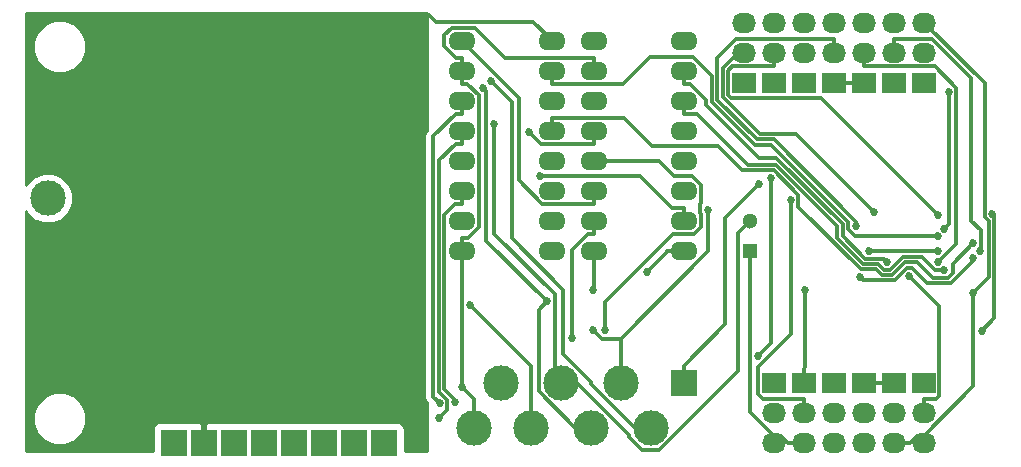
<source format=gbl>
G04 #@! TF.FileFunction,Copper,L2,Bot,Mixed*
%FSLAX46Y46*%
G04 Gerber Fmt 4.6, Leading zero omitted, Abs format (unit mm)*
G04 Created by KiCad (PCBNEW 4.0.4+e1-6308~48~ubuntu16.04.1-stable) date Wed Oct 19 17:44:58 2016*
%MOMM*%
%LPD*%
G01*
G04 APERTURE LIST*
%ADD10C,0.150000*%
%ADD11R,1.300000X1.300000*%
%ADD12C,1.300000*%
%ADD13R,2.235200X2.235200*%
%ADD14R,2.032000X1.727200*%
%ADD15O,2.032000X1.727200*%
%ADD16O,2.300000X1.600000*%
%ADD17C,3.000000*%
%ADD18C,0.685800*%
%ADD19C,0.355600*%
%ADD20C,0.304800*%
%ADD21C,0.254000*%
G04 APERTURE END LIST*
D10*
D11*
X140208000Y-131064000D03*
D12*
X140208000Y-128564000D03*
D13*
X93980000Y-147320000D03*
X101600000Y-147320000D03*
X99060000Y-147320000D03*
X104140000Y-147320000D03*
X96520000Y-147320000D03*
X106680000Y-147320000D03*
X109220000Y-147320000D03*
X134620000Y-142240000D03*
D14*
X154940000Y-142240000D03*
D15*
X154940000Y-144780000D03*
X154940000Y-147320000D03*
D14*
X152400000Y-116840000D03*
D15*
X152400000Y-114300000D03*
X152400000Y-111760000D03*
D14*
X149860000Y-116840000D03*
D15*
X149860000Y-114300000D03*
X149860000Y-111760000D03*
D14*
X147320000Y-116840000D03*
D15*
X147320000Y-114300000D03*
X147320000Y-111760000D03*
D14*
X144780000Y-116840000D03*
D15*
X144780000Y-114300000D03*
X144780000Y-111760000D03*
D14*
X142240000Y-116840000D03*
D15*
X142240000Y-114300000D03*
X142240000Y-111760000D03*
D14*
X139700000Y-116840000D03*
D15*
X139700000Y-114300000D03*
X139700000Y-111760000D03*
D14*
X152400000Y-142240000D03*
D15*
X152400000Y-144780000D03*
X152400000Y-147320000D03*
D14*
X144780000Y-142240000D03*
D15*
X144780000Y-144780000D03*
X144780000Y-147320000D03*
D14*
X142240000Y-142240000D03*
D15*
X142240000Y-144780000D03*
X142240000Y-147320000D03*
D14*
X149860000Y-142240000D03*
D15*
X149860000Y-144780000D03*
X149860000Y-147320000D03*
D14*
X147320000Y-142240000D03*
D15*
X147320000Y-144780000D03*
X147320000Y-147320000D03*
D16*
X123444000Y-131064000D03*
X123444000Y-128524000D03*
X123444000Y-125984000D03*
X123444000Y-123444000D03*
X123444000Y-120904000D03*
X123444000Y-118364000D03*
X123444000Y-115824000D03*
X123444000Y-113284000D03*
X115824000Y-113284000D03*
X115824000Y-115824000D03*
X115824000Y-118364000D03*
X115824000Y-120904000D03*
X115824000Y-123444000D03*
X115824000Y-125984000D03*
X115824000Y-128524000D03*
X115824000Y-131064000D03*
X134620000Y-131064000D03*
X134620000Y-128524000D03*
X134620000Y-125984000D03*
X134620000Y-123444000D03*
X134620000Y-120904000D03*
X134620000Y-118364000D03*
X134620000Y-115824000D03*
X134620000Y-113284000D03*
X127000000Y-113284000D03*
X127000000Y-115824000D03*
X127000000Y-118364000D03*
X127000000Y-120904000D03*
X127000000Y-123444000D03*
X127000000Y-125984000D03*
X127000000Y-128524000D03*
X127000000Y-131064000D03*
D17*
X80772000Y-126619000D03*
X119126000Y-142240000D03*
X116840000Y-146050000D03*
X121666000Y-146050000D03*
X126746000Y-146050000D03*
X124206000Y-142240000D03*
X131826000Y-146050000D03*
X129286000Y-142240000D03*
D14*
X154940000Y-116840000D03*
D15*
X154940000Y-114300000D03*
X154940000Y-111760000D03*
D13*
X91440000Y-147320000D03*
D18*
X123028300Y-135350700D03*
X117601600Y-117289200D03*
X118313000Y-116719100D03*
X116515000Y-135681100D03*
X136673100Y-127583500D03*
X126925500Y-137757000D03*
X159084300Y-131655000D03*
X149557500Y-133297300D03*
X156145600Y-131055000D03*
X150274700Y-131086200D03*
X159088400Y-130455000D03*
X156128200Y-129855000D03*
X151826300Y-132014600D03*
X149180500Y-128966900D03*
X156672200Y-129206900D03*
X157047700Y-117587200D03*
X156190000Y-128055000D03*
X150747400Y-127806700D03*
X125132200Y-138485400D03*
X156664700Y-132703400D03*
X160762000Y-127956400D03*
X159843600Y-137880900D03*
X143673100Y-126754200D03*
X141969700Y-124907300D03*
X140904500Y-139974700D03*
X141004100Y-125409400D03*
X118566800Y-120324500D03*
X131534300Y-132838400D03*
X122479900Y-124762300D03*
X100166000Y-130885000D03*
X103576000Y-115401000D03*
X103563000Y-116861000D03*
X100647000Y-115591000D03*
X100647000Y-116861000D03*
X101417000Y-125303000D03*
X85887100Y-127627000D03*
X85933500Y-126627000D03*
X87850200Y-127123000D03*
X110238000Y-120589000D03*
X106785000Y-134250000D03*
X110585000Y-114542000D03*
X96353800Y-124370000D03*
X94404800Y-136676000D03*
X85532600Y-140758000D03*
X110631000Y-134138000D03*
X106798000Y-114643000D03*
X94741500Y-112247000D03*
X109870000Y-141793000D03*
X80899000Y-130582000D03*
X159109800Y-134655000D03*
X144928400Y-134410500D03*
X115824000Y-142585100D03*
X126906800Y-134380400D03*
X115239500Y-143900900D03*
X113943400Y-143946400D03*
X121543700Y-120996000D03*
X113936900Y-145247000D03*
X127928800Y-137775000D03*
X153733700Y-133234200D03*
X159706000Y-131086000D03*
X156147100Y-132020900D03*
D19*
X125420600Y-146050000D02*
X126746000Y-146050000D01*
X122334500Y-142963900D02*
X125420600Y-146050000D01*
X122334500Y-136044500D02*
X122334500Y-142963900D01*
X123028300Y-135350700D02*
X122334500Y-136044500D01*
X117893100Y-117580700D02*
X117601600Y-117289200D01*
X117893100Y-130215500D02*
X117893100Y-117580700D01*
X123028300Y-135350700D02*
X117893100Y-130215500D01*
X120092000Y-118498100D02*
X118313000Y-116719100D01*
X120092000Y-130024500D02*
X120092000Y-118498100D01*
X124424900Y-134357400D02*
X120092000Y-130024500D01*
X124424900Y-139843900D02*
X124424900Y-134357400D01*
X126746000Y-142165000D02*
X124424900Y-139843900D01*
X126746000Y-142322000D02*
X126746000Y-142165000D01*
X130474000Y-146050000D02*
X126746000Y-142322000D01*
X131826000Y-146050000D02*
X130474000Y-146050000D01*
X121666000Y-140832100D02*
X116515000Y-135681100D01*
X121666000Y-146050000D02*
X121666000Y-140832100D01*
X129286000Y-142240000D02*
X129286000Y-138515800D01*
X136673100Y-131128700D02*
X136673100Y-127583500D01*
X129286000Y-138515800D02*
X136673100Y-131128700D01*
X127684300Y-138515800D02*
X126925500Y-137757000D01*
X129286000Y-138515800D02*
X127684300Y-138515800D01*
D20*
X149837800Y-133577600D02*
X149557500Y-133297300D01*
X152473800Y-133577600D02*
X149837800Y-133577600D01*
X153487800Y-132563600D02*
X152473800Y-133577600D01*
X153979600Y-132563600D02*
X153487800Y-132563600D01*
X155236200Y-133820200D02*
X153979600Y-132563600D01*
X157242600Y-133820200D02*
X155236200Y-133820200D01*
X159084300Y-131978500D02*
X157242600Y-133820200D01*
X159084300Y-131655000D02*
X159084300Y-131978500D01*
X150305900Y-131055000D02*
X150274700Y-131086200D01*
X156145600Y-131055000D02*
X150305900Y-131055000D01*
X123444000Y-120904000D02*
X123444000Y-119798900D01*
X129555700Y-119798900D02*
X123444000Y-119798900D01*
X131930800Y-122174000D02*
X129555700Y-119798900D01*
X137498900Y-122174000D02*
X131930800Y-122174000D01*
X139584200Y-124259300D02*
X137498900Y-122174000D01*
X142238200Y-124259300D02*
X139584200Y-124259300D01*
X144324700Y-126345800D02*
X142238200Y-124259300D01*
X144324700Y-127346600D02*
X144324700Y-126345800D01*
X149627300Y-132649200D02*
X144324700Y-127346600D01*
X150897500Y-132649200D02*
X149627300Y-132649200D01*
X151368400Y-133120100D02*
X150897500Y-132649200D01*
X152284300Y-133120100D02*
X151368400Y-133120100D01*
X153345700Y-132058700D02*
X152284300Y-133120100D01*
X154406000Y-132058700D02*
X153345700Y-132058700D01*
X155710000Y-133362700D02*
X154406000Y-132058700D01*
X156993300Y-133362700D02*
X155710000Y-133362700D01*
X157376600Y-132979400D02*
X156993300Y-133362700D01*
X157376600Y-132166800D02*
X157376600Y-132979400D01*
X159088400Y-130455000D02*
X157376600Y-132166800D01*
X123444000Y-115824000D02*
X123444000Y-116929100D01*
X149152200Y-129855000D02*
X156128200Y-129855000D01*
X148532500Y-129235300D02*
X149152200Y-129855000D01*
X148532500Y-128612600D02*
X148532500Y-129235300D01*
X142027100Y-122107200D02*
X148532500Y-128612600D01*
X140617800Y-122107200D02*
X142027100Y-122107200D01*
X136984100Y-118473500D02*
X140617800Y-122107200D01*
X136984100Y-116267700D02*
X136984100Y-118473500D01*
X135416500Y-114700100D02*
X136984100Y-116267700D01*
X131744500Y-114700100D02*
X135416500Y-114700100D01*
X129515500Y-116929100D02*
X131744500Y-114700100D01*
X123444000Y-116929100D02*
X129515500Y-116929100D01*
X134620000Y-115824000D02*
X134620000Y-116929100D01*
X135166400Y-116929100D02*
X134620000Y-116929100D01*
X136526500Y-118289200D02*
X135166400Y-116929100D01*
X136526500Y-118725300D02*
X136526500Y-118289200D01*
X140978800Y-123177600D02*
X136526500Y-118725300D01*
X142450500Y-123177600D02*
X140978800Y-123177600D01*
X148075000Y-128802100D02*
X142450500Y-123177600D01*
X148075000Y-129802900D02*
X148075000Y-128802100D01*
X150006300Y-131734200D02*
X148075000Y-129802900D01*
X151545900Y-131734200D02*
X150006300Y-131734200D01*
X151826300Y-132014600D02*
X151545900Y-131734200D01*
X147320000Y-114300000D02*
X147320000Y-113131300D01*
X149180500Y-128604700D02*
X149180500Y-128966900D01*
X142225500Y-121649700D02*
X149180500Y-128604700D01*
X140807300Y-121649700D02*
X142225500Y-121649700D01*
X137441700Y-118284100D02*
X140807300Y-121649700D01*
X137441700Y-114735100D02*
X137441700Y-118284100D01*
X139045500Y-113131300D02*
X137441700Y-114735100D01*
X147320000Y-113131300D02*
X139045500Y-113131300D01*
X157047700Y-128831400D02*
X156672200Y-129206900D01*
X157047700Y-117587200D02*
X157047700Y-128831400D01*
X146240700Y-118105700D02*
X156190000Y-128055000D01*
X138605600Y-118105700D02*
X146240700Y-118105700D01*
X138378800Y-117878900D02*
X138605600Y-118105700D01*
X138378800Y-115830200D02*
X138378800Y-117878900D01*
X138740300Y-115468700D02*
X138378800Y-115830200D01*
X142240000Y-115468700D02*
X138740300Y-115468700D01*
X142240000Y-114300000D02*
X142240000Y-115468700D01*
X144132900Y-121192200D02*
X150747400Y-127806700D01*
X141045000Y-121192200D02*
X144132900Y-121192200D01*
X137910400Y-118057600D02*
X141045000Y-121192200D01*
X137910400Y-115566700D02*
X137910400Y-118057600D01*
X139177100Y-114300000D02*
X137910400Y-115566700D01*
X139700000Y-114300000D02*
X139177100Y-114300000D01*
X126495000Y-129629100D02*
X127000000Y-129629100D01*
X125132200Y-130991900D02*
X126495000Y-129629100D01*
X125132200Y-138485400D02*
X125132200Y-130991900D01*
X127000000Y-128524000D02*
X127000000Y-129629100D01*
X134620000Y-118364000D02*
X134620000Y-119469100D01*
X135725100Y-119469100D02*
X134620000Y-119469100D01*
X140057800Y-123801800D02*
X135725100Y-119469100D01*
X142427700Y-123801800D02*
X140057800Y-123801800D01*
X147617500Y-128991600D02*
X142427700Y-123801800D01*
X147617500Y-129992400D02*
X147617500Y-128991600D01*
X149816800Y-132191700D02*
X147617500Y-129992400D01*
X151087000Y-132191700D02*
X149816800Y-132191700D01*
X151557900Y-132662600D02*
X151087000Y-132191700D01*
X152094800Y-132662600D02*
X151557900Y-132662600D01*
X153156200Y-131601200D02*
X152094800Y-132662600D01*
X154765400Y-131601200D02*
X153156200Y-131601200D01*
X155867600Y-132703400D02*
X154765400Y-131601200D01*
X156664700Y-132703400D02*
X155867600Y-132703400D01*
X160929700Y-136794800D02*
X159843600Y-137880900D01*
X160929700Y-128124100D02*
X160929700Y-136794800D01*
X160762000Y-127956400D02*
X160929700Y-128124100D01*
X141300200Y-143611300D02*
X144780000Y-143611300D01*
X140918800Y-143229900D02*
X141300200Y-143611300D01*
X140918800Y-140911400D02*
X140918800Y-143229900D01*
X143673100Y-138157100D02*
X140918800Y-140911400D01*
X143673100Y-126754200D02*
X143673100Y-138157100D01*
X144780000Y-144780000D02*
X144780000Y-143611300D01*
X141969700Y-138909500D02*
X140904500Y-139974700D01*
X141969700Y-124907300D02*
X141969700Y-138909500D01*
D19*
X138116400Y-128297100D02*
X141004100Y-125409400D01*
X138116400Y-137295500D02*
X138116400Y-128297100D01*
X134620000Y-140791900D02*
X138116400Y-137295500D01*
X134620000Y-142240000D02*
X134620000Y-140791900D01*
X125552000Y-142240000D02*
X124206000Y-142240000D01*
X129995000Y-146684000D02*
X125552000Y-142240000D01*
X129995000Y-146813000D02*
X129995000Y-146684000D01*
X131102000Y-147919000D02*
X129995000Y-146813000D01*
X132549500Y-147919000D02*
X131102000Y-147919000D01*
X139200000Y-141261400D02*
X132549500Y-147919000D01*
X139200000Y-129572000D02*
X139200000Y-141261400D01*
X140208000Y-128564000D02*
X139200000Y-129572000D01*
X118566800Y-129639100D02*
X118566800Y-120324500D01*
X123701700Y-134774000D02*
X118566800Y-129639100D01*
X123701700Y-141735700D02*
X123701700Y-134774000D01*
X124206000Y-142240000D02*
X123701700Y-141735700D01*
D20*
X134620000Y-131064000D02*
X133164900Y-131064000D01*
X133164900Y-131207800D02*
X131534300Y-132838400D01*
X133164900Y-131064000D02*
X133164900Y-131207800D01*
X130957300Y-124762300D02*
X122479900Y-124762300D01*
X133613900Y-127418900D02*
X130957300Y-124762300D01*
X134620000Y-127418900D02*
X133613900Y-127418900D01*
X134620000Y-128524000D02*
X134620000Y-127418900D01*
D19*
X113076000Y-111110000D02*
X110879000Y-111110000D01*
X113631000Y-111666000D02*
X113076000Y-111110000D01*
X121858000Y-111666000D02*
X113631000Y-111666000D01*
X123444000Y-113251000D02*
X121858000Y-111666000D01*
X123444000Y-113284000D02*
X123444000Y-113251000D01*
X142240000Y-147320000D02*
X142240000Y-146722900D01*
X144780000Y-147320000D02*
X143433500Y-147320000D01*
X142836400Y-146722900D02*
X142240000Y-146722900D01*
X143433500Y-147320000D02*
X142836400Y-146722900D01*
X140208000Y-131064000D02*
X140208000Y-132044500D01*
X154940000Y-147320000D02*
X154940000Y-146722900D01*
X152400000Y-147320000D02*
X153746500Y-147320000D01*
X154343600Y-146722900D02*
X154940000Y-146722900D01*
X153746500Y-147320000D02*
X154343600Y-146722900D01*
X140208000Y-144690900D02*
X142240000Y-146722900D01*
X140208000Y-132044500D02*
X140208000Y-144690900D01*
X159109800Y-142553100D02*
X159109800Y-134655000D01*
X154940000Y-146722900D02*
X159109800Y-142553100D01*
X160435700Y-133329100D02*
X159109800Y-134655000D01*
X160435700Y-128582400D02*
X160435700Y-133329100D01*
X160088600Y-128235300D02*
X160435700Y-128582400D01*
X160088600Y-116908600D02*
X160088600Y-128235300D01*
X154940000Y-111760000D02*
X160088600Y-116908600D01*
D20*
X147320000Y-116840000D02*
X149860000Y-116840000D01*
X149860000Y-142240000D02*
X152400000Y-142240000D01*
X127000000Y-115824000D02*
X127000000Y-114718900D01*
X115824000Y-115824000D02*
X115824000Y-114718900D01*
X119465800Y-114718900D02*
X127000000Y-114718900D01*
X116921900Y-112175000D02*
X119465800Y-114718900D01*
X115003000Y-112175000D02*
X116921900Y-112175000D01*
X114346000Y-112833000D02*
X115003000Y-112175000D01*
X114346000Y-113745900D02*
X114346000Y-112833000D01*
X115319000Y-114718900D02*
X114346000Y-113745900D01*
X115824000Y-114718900D02*
X115319000Y-114718900D01*
X144780000Y-142240000D02*
X144780000Y-141071300D01*
X144928400Y-140922900D02*
X144928400Y-134410500D01*
X144780000Y-141071300D02*
X144928400Y-140922900D01*
X115824000Y-115824000D02*
X115824000Y-116929100D01*
X116302100Y-116929100D02*
X115824000Y-116929100D01*
X117279200Y-117906200D02*
X116302100Y-116929100D01*
X117279200Y-129056200D02*
X117279200Y-117906200D01*
X116376500Y-129958900D02*
X117279200Y-129056200D01*
X115824000Y-129958900D02*
X116376500Y-129958900D01*
X115824000Y-131064000D02*
X115824000Y-129958900D01*
X116840000Y-143601100D02*
X115824000Y-142585100D01*
X116840000Y-146050000D02*
X116840000Y-143601100D01*
X115824000Y-142585100D02*
X115824000Y-131064000D01*
X127000000Y-134287200D02*
X127000000Y-131064000D01*
X126906800Y-134380400D02*
X127000000Y-134287200D01*
X115824000Y-125984000D02*
X115824000Y-127089100D01*
X115290700Y-127089100D02*
X115824000Y-127089100D01*
X114359800Y-128020000D02*
X115290700Y-127089100D01*
X114359800Y-142799300D02*
X114359800Y-128020000D01*
X115239500Y-143679000D02*
X114359800Y-142799300D01*
X115239500Y-143900900D02*
X115239500Y-143679000D01*
X115824000Y-118364000D02*
X115824000Y-119469100D01*
X113426200Y-143429200D02*
X113943400Y-143946400D01*
X113426200Y-121361900D02*
X113426200Y-143429200D01*
X115319000Y-119469100D02*
X113426200Y-121361900D01*
X115824000Y-119469100D02*
X115319000Y-119469100D01*
X122556800Y-122009100D02*
X121543700Y-120996000D01*
X127000000Y-122009100D02*
X122556800Y-122009100D01*
X127000000Y-120904000D02*
X127000000Y-122009100D01*
X115824000Y-120904000D02*
X115824000Y-122009100D01*
X115319000Y-122009100D02*
X115824000Y-122009100D01*
X113902300Y-123425800D02*
X115319000Y-122009100D01*
X113902300Y-142988900D02*
X113902300Y-123425800D01*
X114591400Y-143678000D02*
X113902300Y-142988900D01*
X114591400Y-144592500D02*
X114591400Y-143678000D01*
X113936900Y-145247000D02*
X114591400Y-144592500D01*
X127928800Y-135451600D02*
X127928800Y-137775000D01*
X133748300Y-129632100D02*
X127928800Y-135451600D01*
X135523800Y-129632100D02*
X133748300Y-129632100D01*
X136085900Y-129070000D02*
X135523800Y-129632100D01*
X136085900Y-127939400D02*
X136085900Y-129070000D01*
X136008400Y-127861900D02*
X136085900Y-127939400D01*
X136008400Y-127079200D02*
X136008400Y-127861900D01*
X136075300Y-127012300D02*
X136008400Y-127079200D01*
X136075300Y-125469900D02*
X136075300Y-127012300D01*
X135319400Y-124714000D02*
X136075300Y-125469900D01*
X133787400Y-124714000D02*
X135319400Y-124714000D01*
X132517400Y-123444000D02*
X133787400Y-124714000D01*
X127000000Y-123444000D02*
X132517400Y-123444000D01*
X154940000Y-144780000D02*
X154940000Y-143611300D01*
X156261200Y-135761700D02*
X153733700Y-133234200D01*
X156261200Y-143325800D02*
X156261200Y-135761700D01*
X155975700Y-143611300D02*
X156261200Y-143325800D01*
X154940000Y-143611300D02*
X155975700Y-143611300D01*
X152400000Y-114300000D02*
X152400000Y-113131300D01*
X159776900Y-131015100D02*
X159706000Y-131086000D01*
X159776900Y-129329300D02*
X159776900Y-131015100D01*
X158963800Y-128516200D02*
X159776900Y-129329300D01*
X158963800Y-116466900D02*
X158963800Y-128516200D01*
X155628200Y-113131300D02*
X158963800Y-116466900D01*
X152400000Y-113131300D02*
X155628200Y-113131300D01*
X149860000Y-114300000D02*
X149860000Y-115468700D01*
X157697400Y-130470600D02*
X156147100Y-132020900D01*
X157697400Y-117252700D02*
X157697400Y-130470600D01*
X155913400Y-115468700D02*
X157697400Y-117252700D01*
X149860000Y-115468700D02*
X155913400Y-115468700D01*
X120641000Y-118101000D02*
X115824000Y-113284000D01*
X120641000Y-125115000D02*
X120641000Y-118101000D01*
X122616000Y-127089000D02*
X120641000Y-125115000D01*
X122616100Y-127089100D02*
X122616000Y-127089000D01*
X127000000Y-127089100D02*
X122616100Y-127089100D01*
X127000000Y-125984000D02*
X127000000Y-127089100D01*
D21*
G36*
X112873000Y-120801548D02*
X112869424Y-120805124D01*
X112698737Y-121060575D01*
X112638800Y-121361900D01*
X112638800Y-143429200D01*
X112698737Y-143730525D01*
X112869424Y-143985976D01*
X112873000Y-143989552D01*
X112873000Y-148032000D01*
X110985040Y-148032000D01*
X110985040Y-146202400D01*
X110940762Y-145967083D01*
X110801690Y-145750959D01*
X110589490Y-145605969D01*
X110337600Y-145554960D01*
X108102400Y-145554960D01*
X107944405Y-145584689D01*
X107797600Y-145554960D01*
X105562400Y-145554960D01*
X105404405Y-145584689D01*
X105257600Y-145554960D01*
X103022400Y-145554960D01*
X102864405Y-145584689D01*
X102717600Y-145554960D01*
X100482400Y-145554960D01*
X100324405Y-145584689D01*
X100177600Y-145554960D01*
X97942400Y-145554960D01*
X97784405Y-145584689D01*
X97637600Y-145554960D01*
X95402400Y-145554960D01*
X95259012Y-145581940D01*
X95223909Y-145567400D01*
X94265750Y-145567400D01*
X94107000Y-145726150D01*
X94107000Y-147193000D01*
X94127000Y-147193000D01*
X94127000Y-147447000D01*
X94107000Y-147447000D01*
X94107000Y-147467000D01*
X93853000Y-147467000D01*
X93853000Y-147447000D01*
X93833000Y-147447000D01*
X93833000Y-147193000D01*
X93853000Y-147193000D01*
X93853000Y-145726150D01*
X93694250Y-145567400D01*
X92736091Y-145567400D01*
X92697653Y-145583321D01*
X92557600Y-145554960D01*
X90322400Y-145554960D01*
X90087083Y-145599238D01*
X89870959Y-145738310D01*
X89725969Y-145950510D01*
X89674960Y-146202400D01*
X89674960Y-148032000D01*
X78917000Y-148032000D01*
X78917000Y-145730619D01*
X79552613Y-145730619D01*
X79892155Y-146552372D01*
X80520321Y-147181636D01*
X81341481Y-147522611D01*
X82230619Y-147523387D01*
X83052372Y-147183845D01*
X83681636Y-146555679D01*
X84022611Y-145734519D01*
X84023387Y-144845381D01*
X83683845Y-144023628D01*
X83055679Y-143394364D01*
X82234519Y-143053389D01*
X81345381Y-143052613D01*
X80523628Y-143392155D01*
X79894364Y-144020321D01*
X79553389Y-144841481D01*
X79552613Y-145730619D01*
X78917000Y-145730619D01*
X78917000Y-127720361D01*
X78960980Y-127826800D01*
X79561041Y-128427909D01*
X80345459Y-128753628D01*
X81194815Y-128754370D01*
X81979800Y-128430020D01*
X82580909Y-127829959D01*
X82906628Y-127045541D01*
X82907370Y-126196185D01*
X82583020Y-125411200D01*
X81982959Y-124810091D01*
X81198541Y-124484372D01*
X80349185Y-124483630D01*
X79564200Y-124807980D01*
X78963091Y-125408041D01*
X78917000Y-125519040D01*
X78917000Y-114234619D01*
X79552613Y-114234619D01*
X79892155Y-115056372D01*
X80520321Y-115685636D01*
X81341481Y-116026611D01*
X82230619Y-116027387D01*
X83052372Y-115687845D01*
X83681636Y-115059679D01*
X84022611Y-114238519D01*
X84023387Y-113349381D01*
X83683845Y-112527628D01*
X83055679Y-111898364D01*
X82234519Y-111557389D01*
X81345381Y-111556613D01*
X80523628Y-111896155D01*
X79894364Y-112524321D01*
X79553389Y-113345481D01*
X79552613Y-114234619D01*
X78917000Y-114234619D01*
X78917000Y-110921000D01*
X112873000Y-110921000D01*
X112873000Y-120801548D01*
X112873000Y-120801548D01*
G37*
X112873000Y-120801548D02*
X112869424Y-120805124D01*
X112698737Y-121060575D01*
X112638800Y-121361900D01*
X112638800Y-143429200D01*
X112698737Y-143730525D01*
X112869424Y-143985976D01*
X112873000Y-143989552D01*
X112873000Y-148032000D01*
X110985040Y-148032000D01*
X110985040Y-146202400D01*
X110940762Y-145967083D01*
X110801690Y-145750959D01*
X110589490Y-145605969D01*
X110337600Y-145554960D01*
X108102400Y-145554960D01*
X107944405Y-145584689D01*
X107797600Y-145554960D01*
X105562400Y-145554960D01*
X105404405Y-145584689D01*
X105257600Y-145554960D01*
X103022400Y-145554960D01*
X102864405Y-145584689D01*
X102717600Y-145554960D01*
X100482400Y-145554960D01*
X100324405Y-145584689D01*
X100177600Y-145554960D01*
X97942400Y-145554960D01*
X97784405Y-145584689D01*
X97637600Y-145554960D01*
X95402400Y-145554960D01*
X95259012Y-145581940D01*
X95223909Y-145567400D01*
X94265750Y-145567400D01*
X94107000Y-145726150D01*
X94107000Y-147193000D01*
X94127000Y-147193000D01*
X94127000Y-147447000D01*
X94107000Y-147447000D01*
X94107000Y-147467000D01*
X93853000Y-147467000D01*
X93853000Y-147447000D01*
X93833000Y-147447000D01*
X93833000Y-147193000D01*
X93853000Y-147193000D01*
X93853000Y-145726150D01*
X93694250Y-145567400D01*
X92736091Y-145567400D01*
X92697653Y-145583321D01*
X92557600Y-145554960D01*
X90322400Y-145554960D01*
X90087083Y-145599238D01*
X89870959Y-145738310D01*
X89725969Y-145950510D01*
X89674960Y-146202400D01*
X89674960Y-148032000D01*
X78917000Y-148032000D01*
X78917000Y-145730619D01*
X79552613Y-145730619D01*
X79892155Y-146552372D01*
X80520321Y-147181636D01*
X81341481Y-147522611D01*
X82230619Y-147523387D01*
X83052372Y-147183845D01*
X83681636Y-146555679D01*
X84022611Y-145734519D01*
X84023387Y-144845381D01*
X83683845Y-144023628D01*
X83055679Y-143394364D01*
X82234519Y-143053389D01*
X81345381Y-143052613D01*
X80523628Y-143392155D01*
X79894364Y-144020321D01*
X79553389Y-144841481D01*
X79552613Y-145730619D01*
X78917000Y-145730619D01*
X78917000Y-127720361D01*
X78960980Y-127826800D01*
X79561041Y-128427909D01*
X80345459Y-128753628D01*
X81194815Y-128754370D01*
X81979800Y-128430020D01*
X82580909Y-127829959D01*
X82906628Y-127045541D01*
X82907370Y-126196185D01*
X82583020Y-125411200D01*
X81982959Y-124810091D01*
X81198541Y-124484372D01*
X80349185Y-124483630D01*
X79564200Y-124807980D01*
X78963091Y-125408041D01*
X78917000Y-125519040D01*
X78917000Y-114234619D01*
X79552613Y-114234619D01*
X79892155Y-115056372D01*
X80520321Y-115685636D01*
X81341481Y-116026611D01*
X82230619Y-116027387D01*
X83052372Y-115687845D01*
X83681636Y-115059679D01*
X84022611Y-114238519D01*
X84023387Y-113349381D01*
X83683845Y-112527628D01*
X83055679Y-111898364D01*
X82234519Y-111557389D01*
X81345381Y-111556613D01*
X80523628Y-111896155D01*
X79894364Y-112524321D01*
X79553389Y-113345481D01*
X79552613Y-114234619D01*
X78917000Y-114234619D01*
X78917000Y-110921000D01*
X112873000Y-110921000D01*
X112873000Y-120801548D01*
M02*

</source>
